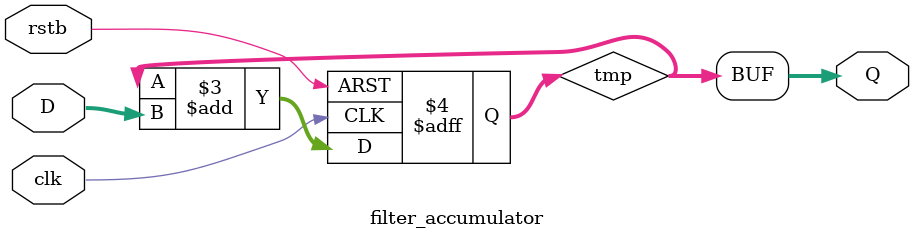
<source format=v>
`timescale 1ns / 1ps

module filter_accumulator(clk, rstb, D, Q
    );
input  clk, rstb; 
input  [31:0] D; 
output [40:0] Q; 
reg    [40:0] tmp;  


assign Q = tmp; 


  always @(posedge clk or negedge rstb) 
   begin 
		if (!rstb)
			begin
				tmp <= 4'b0000;
			end
      else 
			begin
				tmp <= tmp + D; 
			end
	end
endmodule

</source>
